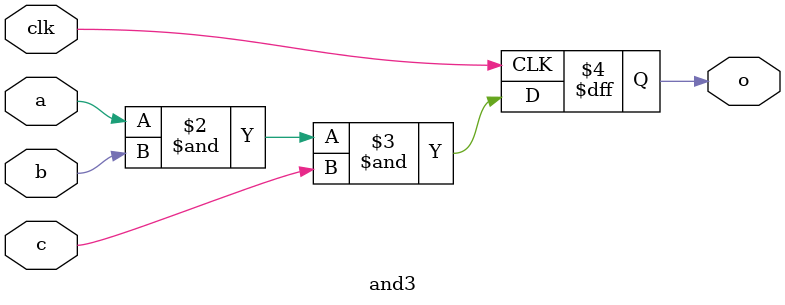
<source format=v>
module and3(
    input a,
    input b,
    input c,
    input clk,
    output reg o
);

always @ (posedge clk) begin
    o <= a & b & c;
end

endmodule
</source>
